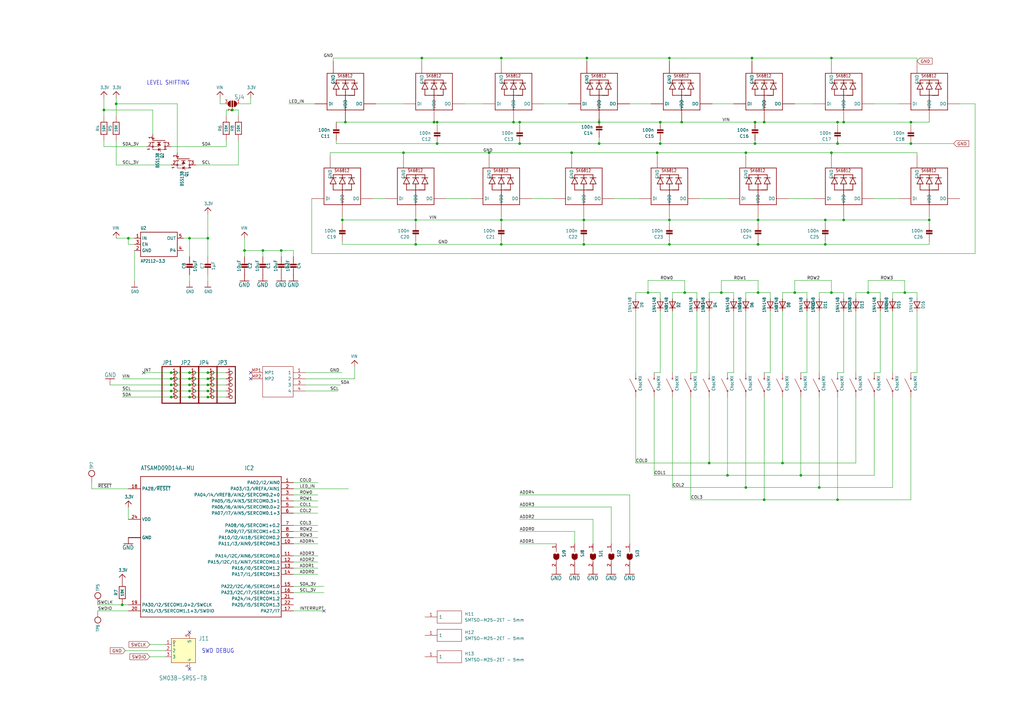
<source format=kicad_sch>
(kicad_sch (version 20231120) (generator "eeschema") (generator_version "8.0")
  (paper "User" 425.45 298.602)
  (junction (at 299.72 121.666))
  (junction (at 53.34 99.06))
  (junction (at 347.98 207.772))
  (junction (at 325.12 192.532))
  (junction (at 43.18 45.72))
  (junction (at 78.74 154.94))
  (junction (at 109.22 104.14))
  (junction (at 181.61 50.8))
  (junction (at 284.48 121.666))
  (junction (at 142.24 91.44))
  (junction (at 237.49 63.5))
  (junction (at 309.88 202.692))
  (junction (at 313.69 50.8))
  (junction (at 71.12 162.56))
  (junction (at 294.64 192.532))
  (junction (at 213.36 50.8))
  (junction (at 313.69 59.69))
  (junction (at 86.36 162.56))
  (junction (at 345.44 121.666))
  (junction (at 78.74 160.02))
  (junction (at 48.26 43.18))
  (junction (at 86.36 165.1))
  (junction (at 181.61 59.69))
  (junction (at 215.9 59.69))
  (junction (at 180.34 50.8))
  (junction (at 50.8 251.46))
  (junction (at 350.52 91.44))
  (junction (at 243.84 24.13))
  (junction (at 347.98 59.69))
  (junction (at 342.9 91.44))
  (junction (at 345.44 24.13))
  (junction (at 274.32 59.69))
  (junction (at 332.74 197.612))
  (junction (at 278.13 101.6))
  (junction (at 172.72 101.6))
  (junction (at 242.57 101.6))
  (junction (at 116.84 104.14))
  (junction (at 309.88 63.5))
  (junction (at 78.74 157.48))
  (junction (at 167.64 63.5))
  (junction (at 302.26 197.612))
  (junction (at 345.44 63.5))
  (junction (at 86.36 154.94))
  (junction (at 172.72 91.44))
  (junction (at 208.28 91.44))
  (junction (at 208.28 101.6))
  (junction (at 330.2 121.666))
  (junction (at 378.46 50.8))
  (junction (at 215.9 50.8))
  (junction (at 278.13 91.44))
  (junction (at 347.98 50.8))
  (junction (at 278.13 24.13))
  (junction (at 143.51 50.8))
  (junction (at 340.36 202.692))
  (junction (at 71.12 165.1))
  (junction (at 314.96 101.6))
  (junction (at 386.08 91.44))
  (junction (at 314.96 121.666))
  (junction (at 203.2 63.5))
  (junction (at 78.74 162.56))
  (junction (at 317.5 50.8))
  (junction (at 274.32 50.8))
  (junction (at 378.46 59.69))
  (junction (at 78.74 165.1))
  (junction (at 312.42 24.13))
  (junction (at 317.5 207.772))
  (junction (at 269.24 121.666))
  (junction (at 375.92 121.666))
  (junction (at 360.68 121.666))
  (junction (at 78.74 99.06))
  (junction (at 248.92 50.8))
  (junction (at 86.36 99.06))
  (junction (at 242.57 91.44))
  (junction (at 342.9 101.6))
  (junction (at 71.12 160.02))
  (junction (at 71.12 154.94))
  (junction (at 101.6 104.14))
  (junction (at 350.52 50.8))
  (junction (at 175.26 24.13))
  (junction (at 96.52 45.72))
  (junction (at 86.36 157.48))
  (junction (at 314.96 91.44))
  (junction (at 283.21 50.8))
  (junction (at 248.92 59.69))
  (junction (at 86.36 160.02))
  (junction (at 71.12 157.48))
  (junction (at 273.05 63.5))
  (junction (at 208.28 24.13))
  (no_connect (at 78.74 262.89))
  (no_connect (at 104.14 157.48))
  (no_connect (at 134.62 254))
  (no_connect (at 59.69 154.94))
  (no_connect (at 78.74 278.13))
  (no_connect (at 104.14 154.94))
  (wire (pts (xy 215.9 59.69) (xy 248.92 59.69)) (stroke (width 0.1524)))
  (wire (pts (xy 142.24 91.44) (xy 142.24 92.71)))
  (wire (pts (xy 271.78 197.612) (xy 302.26 197.612)) (stroke (width 0.1524)))
  (wire (pts (xy 246.38 226.06) (xy 246.38 215.9)) (stroke (width 0.1524)))
  (wire (pts (xy 299.72 116.586) (xy 299.72 121.666)) (stroke (width 0.1524)))
  (wire (pts (xy 181.61 50.8) (xy 213.36 50.8)) (stroke (width 0.1524)))
  (wire (pts (xy 215.9 52.07) (xy 215.9 50.8)))
  (wire (pts (xy 347.98 59.69) (xy 378.46 59.69)) (stroke (width 0.1524)))
  (wire (pts (xy 248.92 57.15) (xy 248.92 59.69)))
  (wire (pts (xy 309.88 63.5) (xy 309.88 64.77)) (stroke (width 0.1524)))
  (wire (pts (xy 121.92 210.82) (xy 132.08 210.82)) (stroke (width 0.1524)))
  (wire (pts (xy 381 121.666) (xy 381 124.206)) (stroke (width 0.1524)))
  (wire (pts (xy 274.32 59.69) (xy 274.32 58.42)) (stroke (width 0.1524)))
  (wire (pts (xy 261.62 226.06) (xy 261.62 205.74)) (stroke (width 0.1524)))
  (wire (pts (xy 269.24 116.586) (xy 269.24 121.666)) (stroke (width 0.1524)))
  (wire (pts (xy 279.4 121.666) (xy 284.48 121.666)) (stroke (width 0.1524)))
  (wire (pts (xy 340.36 165.1) (xy 340.36 202.692)) (stroke (width 0.1524)))
  (wire (pts (xy 86.36 114.3) (xy 86.36 116.84)) (stroke (width 0.1524)))
  (wire (pts (xy 370.84 202.692) (xy 370.84 165.1)) (stroke (width 0.1524)))
  (wire (pts (xy 320.04 154.94) (xy 320.04 129.286)) (stroke (width 0.1524)))
  (wire (pts (xy 345.44 121.666) (xy 350.52 121.666)) (stroke (width 0.1524)))
  (wire (pts (xy 53.34 99.06) (xy 53.34 101.6)) (stroke (width 0.1524)))
  (wire (pts (xy 55.88 99.06) (xy 53.34 99.06)) (stroke (width 0.1524)))
  (wire (pts (xy 279.4 124.206) (xy 279.4 121.666)) (stroke (width 0.1524)))
  (wire (pts (xy 175.26 24.13) (xy 175.26 25.4)) (stroke (width 0.1524)))
  (wire (pts (xy 246.38 215.9) (xy 215.9 215.9)) (stroke (width 0.1524)))
  (wire (pts (xy 242.57 91.44) (xy 242.57 92.71)))
  (wire (pts (xy 342.9 91.44) (xy 342.9 92.71)) (stroke (width 0.1524)))
  (wire (pts (xy 204.724 63.5) (xy 237.49 63.5)) (stroke (width 0.1524)))
  (wire (pts (xy 53.34 101.6) (xy 55.88 101.6)) (stroke (width 0.1524)))
  (wire (pts (xy 314.96 116.586) (xy 314.96 121.666)) (stroke (width 0.1524)))
  (wire (pts (xy 180.34 50.8) (xy 181.61 50.8)) (stroke (width 0.1524)))
  (wire (pts (xy 360.68 121.666) (xy 365.76 121.666)) (stroke (width 0.1524)))
  (wire (pts (xy 405.13 43.18) (xy 398.78 43.18)))
  (wire (pts (xy 325.12 154.94) (xy 325.12 129.286)) (stroke (width 0.1524)))
  (wire (pts (xy 340.36 124.206) (xy 340.36 121.666)) (stroke (width 0.1524)))
  (wire (pts (xy 137.16 64.77) (xy 137.16 63.5)))
  (wire (pts (xy 345.44 63.5) (xy 381 63.5)))
  (wire (pts (xy 350.52 50.8) (xy 378.46 50.8)) (stroke (width 0.1524)))
  (wire (pts (xy 363.22 197.612) (xy 363.22 165.1)) (stroke (width 0.1524)))
  (wire (pts (xy 342.9 91.44) (xy 350.52 91.44)) (stroke (width 0.1524)))
  (wire (pts (xy 345.44 116.586) (xy 345.44 121.666)) (stroke (width 0.1524)))
  (wire (pts (xy 274.32 59.69) (xy 313.69 59.69)) (stroke (width 0.1524)))
  (wire (pts (xy 342.9 100.33) (xy 342.9 101.6)))
  (wire (pts (xy 121.92 208.28) (xy 132.08 208.28)) (stroke (width 0.1524)))
  (wire (pts (xy 142.24 101.6) (xy 172.72 101.6)) (stroke (width 0.1524)))
  (wire (pts (xy 121.92 220.98) (xy 132.08 220.98)) (stroke (width 0.1524)))
  (wire (pts (xy 220.98 82.55) (xy 229.87 82.55)))
  (wire (pts (xy 363.22 82.55) (xy 373.38 82.55)))
  (wire (pts (xy 78.74 162.56) (xy 86.36 162.56)) (stroke (width 0.1524)))
  (wire (pts (xy 302.26 165.1) (xy 302.26 197.612)) (stroke (width 0.1524)))
  (wire (pts (xy 93.98 45.72) (xy 93.98 48.26)) (stroke (width 0.1524)))
  (wire (pts (xy 317.5 207.772) (xy 347.98 207.772)) (stroke (width 0.1524)))
  (wire (pts (xy 142.24 101.6) (xy 142.24 100.33)) (stroke (width 0.1524)))
  (wire (pts (xy 381 154.94) (xy 381 129.286)) (stroke (width 0.1524)))
  (wire (pts (xy 91.44 43.18) (xy 91.44 40.64)) (stroke (width 0.1524)))
  (wire (pts (xy 126.873 154.94) (xy 142.113 154.94)) (stroke (width 0.1524)))
  (wire (pts (xy 78.74 106.68) (xy 78.74 99.06)) (stroke (width 0.1524)))
  (wire (pts (xy 309.88 154.94) (xy 309.88 129.286)) (stroke (width 0.1524)))
  (wire (pts (xy 73.66 43.18) (xy 48.26 43.18)) (stroke (width 0.1524)))
  (wire (pts (xy 142.24 91.44) (xy 172.72 91.44)) (stroke (width 0.1524)))
  (wire (pts (xy 330.2 43.18) (xy 337.82 43.18)) (stroke (width 0.1524)))
  (wire (pts (xy 294.64 165.1) (xy 294.64 192.532)) (stroke (width 0.1524)))
  (wire (pts (xy 332.74 154.94) (xy 335.28 154.94)) (stroke (width 0.1524)))
  (wire (pts (xy 378.46 59.69) (xy 396.24 59.69)) (stroke (width 0.1524)))
  (wire (pts (xy 71.12 160.02) (xy 78.74 160.02)) (stroke (width 0.1524)))
  (wire (pts (xy 86.36 99.06) (xy 86.36 88.9)) (stroke (width 0.1524)))
  (wire (pts (xy 405.13 105.41) (xy 405.13 43.18)))
  (wire (pts (xy 317.5 154.94) (xy 320.04 154.94)) (stroke (width 0.1524)))
  (wire (pts (xy 99.06 68.58) (xy 99.06 58.42)) (stroke (width 0.1524)))
  (wire (pts (xy 289.56 154.94) (xy 289.56 129.286)) (stroke (width 0.1524)))
  (wire (pts (xy 203.2 63.5) (xy 204.724 63.5)))
  (wire (pts (xy 271.78 154.94) (xy 274.32 154.94)) (stroke (width 0.1524)))
  (wire (pts (xy 360.68 116.586) (xy 360.68 121.666)) (stroke (width 0.1524)))
  (wire (pts (xy 208.28 24.13) (xy 208.28 25.4)) (stroke (width 0.1524)))
  (wire (pts (xy 76.2 99.06) (xy 78.74 99.06)) (stroke (width 0.1524)))
  (wire (pts (xy 294.64 124.206) (xy 294.64 121.666)) (stroke (width 0.1524)))
  (wire (pts (xy 104.14 43.18) (xy 104.14 40.64)) (stroke (width 0.1524)))
  (wire (pts (xy 294.64 121.666) (xy 299.72 121.666)) (stroke (width 0.1524)))
  (wire (pts (xy 96.52 45.72) (xy 93.98 45.72)) (stroke (width 0.1524)))
  (wire (pts (xy 138.43 24.13) (xy 138.43 25.4)) (stroke (width 0.1524)))
  (wire (pts (xy 99.06 48.26) (xy 99.06 45.72)) (stroke (width 0.1524)))
  (wire (pts (xy 147.32 157.353) (xy 147.32 152.4)) (stroke (width 0.1524)))
  (wire (pts (xy 154.94 82.55) (xy 160.02 82.55)) (stroke (width 0.1524)))
  (wire (pts (xy 63.5 45.72) (xy 43.18 45.72)) (stroke (width 0.1524)))
  (wire (pts (xy 304.8 154.94) (xy 304.8 129.286)) (stroke (width 0.1524)))
  (wire (pts (xy 345.44 24.13) (xy 381 24.13)))
  (wire (pts (xy 347.98 50.8) (xy 350.52 50.8)) (stroke (width 0.1524)))
  (wire (pts (xy 45.72 160.02) (xy 71.12 160.02)) (stroke (width 0.1524)))
  (wire (pts (xy 138.43 24.13) (xy 175.26 24.13)) (stroke (width 0.1524)))
  (wire (pts (xy 78.74 114.3) (xy 78.74 116.84)) (stroke (width 0.1524)))
  (wire (pts (xy 278.13 91.44) (xy 314.96 91.44)))
  (wire (pts (xy 242.57 90.17) (xy 242.57 91.44)))
  (wire (pts (xy 208.28 100.33) (xy 208.28 101.6)) (stroke (width 0.1524)))
  (wire (pts (xy 48.26 48.26) (xy 48.26 43.18)) (stroke (width 0.1524)))
  (wire (pts (xy 120.015 43.18) (xy 130.81 43.18)) (stroke (width 0.1524)))
  (wire (pts (xy 121.92 238.76) (xy 132.08 238.76)) (stroke (width 0.1524)))
  (wire (pts (xy 121.92 205.74) (xy 132.08 205.74)) (stroke (width 0.1524)))
  (wire (pts (xy 172.72 101.6) (xy 208.28 101.6)) (stroke (width 0.1524)))
  (wire (pts (xy 302.26 154.94) (xy 304.8 154.94)) (stroke (width 0.1524)))
  (wire (pts (xy 325.12 124.206) (xy 325.12 121.666)) (stroke (width 0.1524)))
  (wire (pts (xy 237.49 63.5) (xy 273.05 63.5)) (stroke (width 0.1524)))
  (wire (pts (xy 278.13 101.6) (xy 314.96 101.6)) (stroke (width 0.1524)))
  (wire (pts (xy 86.36 157.48) (xy 93.98 157.48)) (stroke (width 0.1524)))
  (wire (pts (xy 172.72 91.44) (xy 208.28 91.44)))
  (wire (pts (xy 360.68 116.586) (xy 375.92 116.586)) (stroke (width 0.1524)))
  (wire (pts (xy 121.92 213.36) (xy 132.08 213.36)) (stroke (width 0.1524)))
  (wire (pts (xy 381 63.5) (xy 381 64.77)))
  (wire (pts (xy 347.98 50.8) (xy 347.98 52.07)) (stroke (width 0.1524)))
  (wire (pts (xy 355.6 124.206) (xy 355.6 121.666)) (stroke (width 0.1524)))
  (wire (pts (xy 345.44 63.5) (xy 345.44 64.77)) (stroke (width 0.1524)))
  (wire (pts (xy 350.52 90.17) (xy 350.52 91.44)))
  (wire (pts (xy 78.74 157.48) (xy 86.36 157.48)) (stroke (width 0.1524)))
  (wire (pts (xy 284.48 121.666) (xy 289.56 121.666)) (stroke (width 0.1524)))
  (wire (pts (xy 101.6 104.14) (xy 101.6 99.06)) (stroke (width 0.1524)))
  (wire (pts (xy 342.9 101.6) (xy 386.08 101.6)) (stroke (width 0.1524)))
  (wire (pts (xy 71.12 165.1) (xy 50.8 165.1)) (stroke (width 0.1524)))
  (wire (pts (xy 274.32 124.206) (xy 274.32 121.666)) (stroke (width 0.1524)))
  (wire (pts (xy 59.69 154.94) (xy 71.12 154.94)))
  (wire (pts (xy 109.22 106.68) (xy 109.22 104.14)) (stroke (width 0.1524)))
  (wire (pts (xy 185.42 82.55) (xy 195.58 82.55)))
  (wire (pts (xy 274.32 50.8) (xy 283.21 50.8)) (stroke (width 0.1524)))
  (wire (pts (xy 330.2 116.586) (xy 330.2 121.666)) (stroke (width 0.1524)))
  (wire (pts (xy 327.66 82.55) (xy 337.82 82.55)) (stroke (width 0.1524)))
  (wire (pts (xy 121.92 200.66) (xy 132.08 200.66)) (stroke (width 0.1524)))
  (wire (pts (xy 314.96 90.17) (xy 314.96 91.44)))
  (wire (pts (xy 332.74 197.612) (xy 363.22 197.612)) (stroke (width 0.1524)))
  (wire (pts (xy 287.02 207.772) (xy 317.5 207.772)) (stroke (width 0.1524)))
  (wire (pts (xy 62.23 273.05) (xy 68.58 273.05)))
  (wire (pts (xy 86.36 162.56) (xy 93.98 162.56)) (stroke (width 0.1524)))
  (wire (pts (xy 332.74 165.1) (xy 332.74 197.612)) (stroke (width 0.1524)))
  (wire (pts (xy 273.05 63.5) (xy 273.05 64.77)) (stroke (width 0.1524)))
  (wire (pts (xy 386.08 100.33) (xy 386.08 101.6)) (stroke (width 0.1524)))
  (wire (pts (xy 254 210.82) (xy 215.9 210.82)) (stroke (width 0.1524)))
  (wire (pts (xy 121.92 223.52) (xy 132.08 223.52)) (stroke (width 0.1524)))
  (wire (pts (xy 52.07 270.51) (xy 68.58 270.51)))
  (wire (pts (xy 325.12 192.532) (xy 355.6 192.532)) (stroke (width 0.1524)))
  (wire (pts (xy 208.28 101.6) (xy 242.57 101.6)) (stroke (width 0.1524)))
  (wire (pts (xy 81.28 68.58) (xy 99.06 68.58)) (stroke (width 0.1524)))
  (wire (pts (xy 167.64 43.18) (xy 156.21 43.18)) (stroke (width 0.1524)))
  (wire (pts (xy 86.36 160.02) (xy 93.98 160.02)) (stroke (width 0.1524)))
  (wire (pts (xy 347.98 207.772) (xy 378.46 207.772)) (stroke (width 0.1524)))
  (wire (pts (xy 175.26 24.13) (xy 208.28 24.13)) (stroke (width 0.1524)))
  (wire (pts (xy 289.56 121.666) (xy 289.56 124.206)) (stroke (width 0.1524)))
  (wire (pts (xy 347.98 165.1) (xy 347.98 207.772)) (stroke (width 0.1524)))
  (wire (pts (xy 255.27 82.55) (xy 265.43 82.55)) (stroke (width 0.1524)))
  (wire (pts (xy 279.4 202.692) (xy 309.88 202.692)) (stroke (width 0.1524)))
  (wire (pts (xy 345.44 24.13) (xy 345.44 25.4)))
  (wire (pts (xy 299.72 121.666) (xy 304.8 121.666)) (stroke (width 0.1524)))
  (wire (pts (xy 330.2 121.666) (xy 335.28 121.666)) (stroke (width 0.1524)))
  (wire (pts (xy 294.64 154.94) (xy 294.64 129.286)) (stroke (width 0.1524)))
  (wire (pts (xy 142.24 90.17) (xy 142.24 91.44)))
  (wire (pts (xy 121.92 203.2) (xy 144.78 203.2)) (stroke (width 0.1524)))
  (wire (pts (xy 278.13 24.13) (xy 278.13 25.4)))
  (wire (pts (xy 139.7 50.8) (xy 143.51 50.8)))
  (wire (pts (xy 63.5 55.88) (xy 63.5 45.72)) (stroke (width 0.1524)))
  (wire (pts (xy 270.51 43.18) (xy 261.62 43.18)) (stroke (width 0.1524)))
  (wire (pts (xy 172.72 91.44) (xy 172.72 92.71)))
  (wire (pts (xy 335.28 154.94) (xy 335.28 129.286)) (stroke (width 0.1524)))
  (wire (pts (xy 287.02 154.94) (xy 289.56 154.94)) (stroke (width 0.1524)))
  (wire (pts (xy 363.22 43.18) (xy 373.38 43.18)) (stroke (width 0.1524)))
  (wire (pts (xy 147.193 157.48) (xy 147.193 157.353)) (stroke (width 0.1524)))
  (wire (pts (xy 340.36 154.94) (xy 340.36 129.286)) (stroke (width 0.1524)))
  (wire (pts (xy 121.92 243.84) (xy 134.62 243.84)) (stroke (width 0.1524)))
  (wire (pts (xy 314.96 101.6) (xy 342.9 101.6)) (stroke (width 0.1524)))
  (wire (pts (xy 143.51 50.8) (xy 180.34 50.8)))
  (wire (pts (xy 283.21 50.8) (xy 313.69 50.8)))
  (wire (pts (xy 261.62 205.74) (xy 215.9 205.74)) (stroke (width 0.1524)))
  (wire (pts (xy 126.873 160.02) (xy 141.478 160.02)))
  (wire (pts (xy 350.52 121.666) (xy 350.52 124.206)) (stroke (width 0.1524)))
  (wire (pts (xy 295.91 43.18) (xy 304.8 43.18)) (stroke (width 0.1524)))
  (wire (pts (xy 238.76 220.98) (xy 238.76 226.06)) (stroke (width 0.1524)))
  (wire (pts (xy 370.84 154.94) (xy 370.84 129.286)) (stroke (width 0.1524)))
  (wire (pts (xy 248.92 49.53) (xy 248.92 50.8)))
  (wire (pts (xy 355.6 154.94) (xy 355.6 129.286)) (stroke (width 0.1524)))
  (wire (pts (xy 320.04 121.666) (xy 320.04 124.206)) (stroke (width 0.1524)))
  (wire (pts (xy 279.4 165.1) (xy 279.4 202.692)) (stroke (width 0.1524)))
  (wire (pts (xy 71.12 68.58) (xy 48.26 68.58)) (stroke (width 0.1524)))
  (wire (pts (xy 284.48 116.586) (xy 269.24 116.586)) (stroke (width 0.1524)))
  (wire (pts (xy 71.12 162.56) (xy 78.74 162.56)) (stroke (width 0.1524)))
  (wire (pts (xy 40.64 251.46) (xy 50.8 251.46)) (stroke (width 0.1524)))
  (wire (pts (xy 325.12 165.1) (xy 325.12 192.532)) (stroke (width 0.1524)))
  (wire (pts (xy 208.28 91.44) (xy 242.57 91.44)) (stroke (width 0.1524)))
  (wire (pts (xy 365.76 154.94) (xy 365.76 129.286)) (stroke (width 0.1524)))
  (wire (pts (xy 378.46 50.8) (xy 378.46 52.07)) (stroke (width 0.1524)))
  (wire (pts (xy 386.08 91.44) (xy 386.08 92.71)))
  (wire (pts (xy 264.16 154.94) (xy 264.16 129.286)) (stroke (width 0.1524)))
  (wire (pts (xy 294.64 192.532) (xy 325.12 192.532)) (stroke (width 0.1524)))
  (wire (pts (xy 121.92 246.38) (xy 134.62 246.38)) (stroke (width 0.1524)))
  (wire (pts (xy 71.12 154.94) (xy 78.74 154.94)))
  (wire (pts (xy 274.32 154.94) (xy 274.32 129.286)) (stroke (width 0.1524)))
  (wire (pts (xy 264.16 192.532) (xy 294.64 192.532)) (stroke (width 0.1524)))
  (wire (pts (xy 78.74 154.94) (xy 86.36 154.94)))
  (wire (pts (xy 60.96 60.96) (xy 43.18 60.96)) (stroke (width 0.1524)))
  (wire (pts (xy 330.2 116.586) (xy 345.44 116.586)) (stroke (width 0.1524)))
  (wire (pts (xy 347.98 154.94) (xy 350.52 154.94)) (stroke (width 0.1524)))
  (wire (pts (xy 203.2 63.5) (xy 203.2 64.77)))
  (wire (pts (xy 53.34 99.06) (xy 48.26 99.06)) (stroke (width 0.1524)))
  (wire (pts (xy 242.57 91.44) (xy 278.13 91.44)))
  (wire (pts (xy 284.48 24.13) (xy 312.42 24.13)))
  (wire (pts (xy 48.26 43.18) (xy 48.26 40.64)) (stroke (width 0.1524)))
  (wire (pts (xy 345.44 63.5) (xy 345.44 64.77)))
  (wire (pts (xy 71.12 157.48) (xy 50.8 157.48)) (stroke (width 0.1524)))
  (wire (pts (xy 181.61 59.69) (xy 210.82 59.69)) (stroke (width 0.1524)))
  (wire (pts (xy 309.88 124.206) (xy 309.88 121.666)) (stroke (width 0.1524)))
  (wire (pts (xy 278.13 100.33) (xy 278.13 101.6)) (stroke (width 0.1524)))
  (wire (pts (xy 73.66 63.5) (xy 73.66 43.18)) (stroke (width 0.1524)))
  (wire (pts (xy 340.36 202.692) (xy 370.84 202.692)) (stroke (width 0.1524)))
  (wire (pts (xy 309.88 63.5) (xy 345.44 63.5)) (stroke (width 0.1524)))
  (wire (pts (xy 126.873 162.56) (xy 140.462 162.56)) (stroke (width 0.1524)))
  (wire (pts (xy 210.82 59.69) (xy 215.9 59.69)))
  (wire (pts (xy 86.36 165.1) (xy 93.98 165.1)) (stroke (width 0.1524)))
  (wire (pts (xy 215.9 220.98) (xy 238.76 220.98)) (stroke (width 0.1524)))
  (wire (pts (xy 71.12 162.56) (xy 50.8 162.56)) (stroke (width 0.1524)))
  (wire (pts (xy 93.98 60.96) (xy 93.98 58.42)) (stroke (width 0.1524)))
  (wire (pts (xy 271.78 165.1) (xy 271.78 197.612)) (stroke (width 0.1524)))
  (wire (pts (xy 38.1 203.2) (xy 38.1 200.66)) (stroke (width 0.1524)))
  (wire (pts (xy 325.12 121.666) (xy 330.2 121.666)) (stroke (width 0.1524)))
  (wire (pts (xy 312.42 24.13) (xy 345.44 24.13)))
  (wire (pts (xy 134.62 254) (xy 121.92 254)) (stroke (width 0.1524)))
  (wire (pts (xy 335.28 121.666) (xy 335.28 124.206)) (stroke (width 0.1524)))
  (wire (pts (xy 375.92 116.586) (xy 375.92 121.666)) (stroke (width 0.1524)))
  (wire (pts (xy 274.32 121.666) (xy 269.24 121.666)) (stroke (width 0.1524)))
  (wire (pts (xy 121.92 236.22) (xy 132.08 236.22)) (stroke (width 0.1524)))
  (wire (pts (xy 236.22 43.18) (xy 226.06 43.18)) (stroke (width 0.1524)))
  (wire (pts (xy 53.34 254) (xy 40.64 254)) (stroke (width 0.1524)))
  (wire (pts (xy 48.26 68.58) (xy 48.26 58.42)) (stroke (width 0.1524)))
  (wire (pts (xy 99.06 43.18) (xy 104.14 43.18)) (stroke (width 0.1524)))
  (wire (pts (xy 378.46 154.94) (xy 381 154.94)) (stroke (width 0.1524)))
  (wire (pts (xy 137.16 63.5) (xy 167.64 63.5)))
  (wire (pts (xy 248.92 59.69) (xy 274.32 59.69)) (stroke (width 0.1524)))
  (wire (pts (xy 243.84 24.13) (xy 243.84 25.4)))
  (wire (pts (xy 86.36 99.06) (xy 86.36 106.68)) (stroke (width 0.1524)))
  (wire (pts (xy 363.22 154.94) (xy 365.76 154.94)) (stroke (width 0.1524)))
  (wire (pts (xy 215.9 50.8) (xy 248.92 50.8)) (stroke (width 0.1524)))
  (wire (pts (xy 86.36 154.94) (xy 93.98 154.94)))
  (wire (pts (xy 248.92 50.8) (xy 274.32 50.8)) (stroke (width 0.1524)))
  (wire (pts (xy 347.98 59.69) (xy 347.98 58.674)) (stroke (width 0.1524)))
  (wire (pts (xy 314.96 121.666) (xy 320.04 121.666)) (stroke (width 0.1524)))
  (wire (pts (xy 55.88 104.14) (xy 55.88 116.84)) (stroke (width 0.1524)))
  (wire (pts (xy 121.92 106.68) (xy 121.92 104.14)) (stroke (width 0.1524)))
  (wire (pts (xy 313.69 50.8) (xy 317.5 50.8)) (stroke (width 0.1524)))
  (wire (pts (xy 172.72 101.6) (xy 172.72 100.33)) (stroke (width 0.1524)))
  (wire (pts (xy 313.69 58.42) (xy 313.69 59.69)))
  (wire (pts (xy 139.7 59.69) (xy 139.7 58.42)) (stroke (width 0.1524)))
  (wire (pts (xy 208.28 24.13) (xy 243.84 24.13)) (stroke (width 0.1524)))
  (wire (pts (xy 193.04 43.18) (xy 200.66 43.18)) (stroke (width 0.1524)))
  (wire (pts (xy 278.13 92.71) (xy 278.13 91.44)))
  (wire (pts (xy 121.92 104.14) (xy 116.84 104.14)) (stroke (width 0.1524)))
  (wire (pts (xy 314.96 91.44) (xy 342.9 91.44)) (stroke (width 0.1524)))
  (wire (pts (xy 279.4 154.94) (xy 279.4 129.286)) (stroke (width 0.1524)))
  (wire (pts (xy 243.84 24.13) (xy 278.13 24.13)) (stroke (width 0.1524)))
  (wire (pts (xy 116.84 104.14) (xy 109.22 104.14)) (stroke (width 0.1524)))
  (wire (pts (xy 78.74 99.06) (xy 86.36 99.06)) (stroke (width 0.1524)))
  (wire (pts (xy 278.13 24.13) (xy 284.48 24.13)) (stroke (width 0.1524)))
  (wire (pts (xy 181.61 52.07) (xy 181.61 50.8)))
  (wire (pts (xy 350.52 91.44) (xy 386.08 91.44)))
  (wire (pts (xy 139.7 59.69) (xy 181.61 59.69)) (stroke (width 0.1524)))
  (wire (pts (xy 172.72 90.17) (xy 172.72 91.44)) (stroke (width 0.1524)))
  (wire (pts (xy 78.74 165.1) (xy 86.36 165.1)) (stroke (width 0.1524)))
  (wire (pts (xy 340.36 121.666) (xy 345.44 121.666)) (stroke (width 0.1524)))
  (wire (pts (xy 350.52 154.94) (xy 350.52 129.286)) (stroke (width 0.1524)))
  (wire (pts (xy 242.57 101.6) (xy 278.13 101.6)) (stroke (width 0.1524)))
  (wire (pts (xy 278.13 90.17) (xy 278.13 91.44)))
  (wire (pts (xy 43.18 48.26) (xy 43.18 45.72)) (stroke (width 0.1524)))
  (wire (pts (xy 284.48 116.586) (xy 284.48 121.666)) (stroke (width 0.1524)))
  (wire (pts (xy 129.54 105.41) (xy 405.13 105.41)))
  (wire (pts (xy 290.83 82.55) (xy 302.26 82.55)) (stroke (width 0.1524)))
  (wire (pts (xy 375.92 121.666) (xy 381 121.666)) (stroke (width 0.1524)))
  (wire (pts (xy 365.76 121.666) (xy 365.76 124.206)) (stroke (width 0.1524)))
  (wire (pts (xy 121.92 226.06) (xy 132.08 226.06)) (stroke (width 0.1524)))
  (wire (pts (xy 312.42 24.13) (xy 312.42 25.4)))
  (wire (pts (xy 71.12 157.48) (xy 78.74 157.48)) (stroke (width 0.1524)))
  (wire (pts (xy 121.92 233.68) (xy 132.08 233.68)) (stroke (width 0.1524)))
  (wire (pts (xy 370.84 121.666) (xy 375.92 121.666)) (stroke (width 0.1524)))
  (wire (pts (xy 304.8 121.666) (xy 304.8 124.206)) (stroke (width 0.1524)))
  (wire (pts (xy 215.9 226.06) (xy 231.14 226.06)) (stroke (width 0.1524)))
  (wire (pts (xy 147.193 157.353) (xy 147.32 157.353)) (stroke (width 0.1524)))
  (wire (pts (xy 355.6 121.666) (xy 360.68 121.666)) (stroke (width 0.1524)))
  (wire (pts (xy 126.873 157.48) (xy 147.193 157.48)) (stroke (width 0.1524)))
  (wire (pts (xy 317.5 50.8) (xy 347.98 50.8)) (stroke (width 0.1524)))
  (wire (pts (xy 254 226.06) (xy 254 210.82)) (stroke (width 0.1524)))
  (wire (pts (xy 273.05 63.5) (xy 309.88 63.5)) (stroke (width 0.1524)))
  (wire (pts (xy 355.6 192.532) (xy 355.6 165.1)) (stroke (width 0.1524)))
  (wire (pts (xy 269.24 121.666) (xy 264.16 121.666)) (stroke (width 0.1524)))
  (wire (pts (xy 314.96 101.6) (xy 314.96 100.33)) (stroke (width 0.1524)))
  (wire (pts (xy 302.26 197.612) (xy 332.74 197.612)) (stroke (width 0.1524)))
  (wire (pts (xy 62.23 267.97) (xy 68.58 267.97)))
  (wire (pts (xy 313.69 59.69) (xy 347.98 59.69)) (stroke (width 0.1524)))
  (wire (pts (xy 129.54 105.41) (xy 129.54 82.55)))
  (wire (pts (xy 309.88 165.1) (xy 309.88 202.692)) (stroke (width 0.1524)))
  (wire (pts (xy 109.22 104.14) (xy 101.6 104.14)) (stroke (width 0.1524)))
  (wire (pts (xy 101.6 106.68) (xy 101.6 104.14)) (stroke (width 0.1524)))
  (wire (pts (xy 53.34 210.82) (xy 53.34 215.9)) (stroke (width 0.1524)))
  (wire (pts (xy 116.84 106.68) (xy 116.84 104.14)) (stroke (width 0.1524)))
  (wire (pts (xy 121.92 231.14) (xy 132.08 231.14)) (stroke (width 0.1524)))
  (wire (pts (xy 93.98 43.18) (xy 91.44 43.18)) (stroke (width 0.1524)))
  (wire (pts (xy 309.88 121.666) (xy 314.96 121.666)) (stroke (width 0.1524)))
  (wire (pts (xy 78.74 160.02) (xy 86.36 160.02)) (stroke (width 0.1524)))
  (wire (pts (xy 378.46 207.772) (xy 378.46 165.1)) (stroke (width 0.1524)))
  (wire (pts (xy 287.02 165.1) (xy 287.02 207.772)) (stroke (width 0.1524)))
  (wire (pts (xy 381 25.4) (xy 381 24.13)))
  (wire (pts (xy 317.5 165.1) (xy 317.5 207.772)) (stroke (width 0.1524)))
  (wire (pts (xy 121.92 218.44) (xy 132.08 218.44)) (stroke (width 0.1524)))
  (wire (pts (xy 53.34 203.2) (xy 38.1 203.2)) (stroke (width 0.1524)))
  (wire (pts (xy 71.12 60.96) (xy 93.98 60.96)) (stroke (width 0.1524)))
  (wire (pts (xy 213.36 50.8) (xy 215.9 50.8)) (stroke (width 0.1524)))
  (wire (pts (xy 167.64 63.5) (xy 203.2 63.5)))
  (wire (pts (xy 71.12 165.1) (xy 78.74 165.1)) (stroke (width 0.1524)))
  (wire (pts (xy 167.64 63.5) (xy 167.64 64.77)))
  (wire (pts (xy 314.96 92.71) (xy 314.96 91.44)))
  (wire (pts (xy 347.98 59.69) (xy 347.98 58.674)))
  (wire (pts (xy 43.18 45.72) (xy 43.18 40.64)) (stroke (width 0.1524)))
  (wire (pts (xy 99.06 45.72) (xy 96.52 45.72)) (stroke (width 0.1524)))
  (wire (pts (xy 208.28 90.17) (xy 208.28 91.44)))
  (wire (pts (xy 208.28 91.44) (xy 208.28 92.71)))
  (wire (pts (xy 378.46 50.8) (xy 386.08 50.8)))
  (wire (pts (xy 264.16 165.1) (xy 264.16 192.532)) (stroke (width 0.1524)))
  (wire (pts (xy 50.8 251.46) (xy 53.34 251.46)) (stroke (width 0.1524)))
  (wire (pts (xy 309.88 202.692) (xy 340.36 202.692)) (stroke (width 0.1524)))
  (wire (pts (xy 264.16 121.666) (xy 264.16 124.206)) (stroke (width 0.1524)))
  (wire (pts (xy 237.49 63.5) (xy 237.49 64.77)) (stroke (width 0.1524)))
  (wire (pts (xy 43.18 60.96) (xy 43.18 58.42)) (stroke (width 0.1524)))
  (wire (pts (xy 386.08 90.17) (xy 386.08 91.44)))
  (wire (pts (xy 299.72 116.586) (xy 314.96 116.586)) (stroke (width 0.1524)))
  (wire (pts (xy 370.84 124.206) (xy 370.84 121.666)) (stroke (width 0.1524)))
  (wire (pts (xy 242.57 100.33) (xy 242.57 101.6)) (stroke (width 0.1524)))
  (text "SWD DEBUG" (at 83.82 271.78 0) (effects (font (size 1.778 1.5113)) (justify left bottom)))
  (text "LEVEL SHIFTING" (at 60.96 35.56 0) (effects (font (size 1.778 1.5113)) (justify left bottom)))
  (label "ADDR1" (at 124.46 236.22 0) (effects (font (size 1.2446 1.2446))))
  (label "~{RESET}" (at 40.64 203.2 0) (effects (font (size 1.2446 1.2446))))
  (label "INTERRUPT" (at 124.46 254 0) (effects (font (size 1.2446 1.2446))))
  (label "INT" (at 59.69 154.94 0))
  (label "ROW3" (at 365.76 116.586 0) (effects (font (size 1.2446 1.2446))))
  (label "SCL_3V" (at 50.8 68.58 0) (effects (font (size 1.2446 1.2446))))
  (label "SDA" (at 83.82 60.96 0) (effects (font (size 1.2446 1.2446))))
  (label "COL1" (at 124.46 210.82 0) (effects (font (size 1.2446 1.2446))))
  (label "GND" (at 186.055 101.6 180) (effects (font (size 1.2446 1.2446))))
  (label "ADDR0" (at 124.46 238.76 0) (effects (font (size 1.2446 1.2446))))
  (label "SCL_3V" (at 124.46 246.38 0) (effects (font (size 1.2446 1.2446))))
  (label "SCL" (at 137.16 162.56 0) (effects (font (size 1.2446 1.2446))))
  (label "COL3" (at 124.46 218.44 0) (effects (font (size 1.2446 1.2446))))
  (label "ADDR3" (at 215.9 210.82 0) (effects (font (size 1.2446 1.2446))))
  (label "ADDR4" (at 124.46 226.06 0) (effects (font (size 1.2446 1.2446))))
  (label "ADDR1" (at 215.9 226.06 0) (effects (font (size 1.2446 1.2446))))
  (label "SCL" (at 50.8 162.56 0) (effects (font (size 1.2446 1.2446))))
  (label "ROW0" (at 274.32 116.586 0) (effects (font (size 1.2446 1.2446))))
  (label "SWCLK" (at 40.64 251.46 0) (effects (font (size 1.2446 1.2446))))
  (label "SDA_3V" (at 50.8 60.96 0) (effects (font (size 1.2446 1.2446))))
  (label "COL3" (at 287.02 207.772 0) (effects (font (size 1.2446 1.2446))))
  (label "COL0" (at 264.16 192.532 0) (effects (font (size 1.2446 1.2446))))
  (label "GND" (at 137.033 154.94 0) (effects (font (size 1.2446 1.2446))))
  (label "ADDR0" (at 215.9 220.98 0) (effects (font (size 1.2446 1.2446))))
  (label "SDA_3V" (at 124.46 243.84 0) (effects (font (size 1.2446 1.2446))))
  (label "SCL" (at 83.82 68.58 0) (effects (font (size 1.2446 1.2446))))
  (label "ROW2" (at 124.46 220.98 0) (effects (font (size 1.2446 1.2446))))
  (label "SDA" (at 141.478 160.02 0) (effects (font (size 1.2446 1.2446))))
  (label "SWDIO" (at 40.64 254 0) (effects (font (size 1.2446 1.2446))))
  (label "ADDR4" (at 215.9 205.74 0) (effects (font (size 1.2446 1.2446))))
  (label "VIN" (at 50.8 157.48 0) (effects (font (size 1.2446 1.2446))))
  (label "COL1" (at 271.78 197.612 0) (effects (font (size 1.2446 1.2446))))
  (label "ROW0" (at 124.46 205.74 0) (effects (font (size 1.2446 1.2446))))
  (label "ROW1" (at 304.8 116.586 0) (effects (font (size 1.2446 1.2446))))
  (label "GND" (at 138.43 24.13 180) (effects (font (size 1.2446 1.2446))))
  (label "ROW1" (at 124.46 208.28 0) (effects (font (size 1.2446 1.2446))))
  (label "ROW3" (at 124.46 223.52 0) (effects (font (size 1.2446 1.2446))))
  (label "LED_IN" (at 120.015 43.18 0) (effects (font (size 1.2446 1.2446))))
  (label "COL0" (at 124.46 200.66 0) (effects (font (size 1.2446 1.2446))))
  (label "VIN" (at 178.308 91.44 0) (effects (font (size 1.2446 1.2446))))
  (label "COL2" (at 124.46 213.36 0) (effects (font (size 1.2446 1.2446))))
  (label "SDA" (at 50.8 165.1 0) (effects (font (size 1.2446 1.2446))))
  (label "ROW2" (at 335.28 116.586 0) (effects (font (size 1.2446 1.2446))))
  (label "GND" (at 204.724 63.5 180) (effects (font (size 1.2446 1.2446))))
  (label "ADDR2" (at 124.46 233.68 0) (effects (font (size 1.2446 1.2446))))
  (label "COL2" (at 279.4 202.692 0) (effects (font (size 1.2446 1.2446))))
  (label "LED_IN" (at 124.46 203.2 0) (effects (font (size 1.2446 1.2446))))
  (label "ADDR3" (at 124.46 231.14 0) (effects (font (size 1.2446 1.2446))))
  (label "ADDR2" (at 215.9 215.9 0) (effects (font (size 1.2446 1.2446))))
  (label "VIN" (at 300.101 50.8 0) (effects (font (size 1.2446 1.2446))))
  (global_label "GND" (shape input) (at 52.07 270.51 180) (property "Intersheetrefs" "${INTERSHEET_REFS}" (effects (hide yes))))
  (global_label "SWCLK" (shape input) (at 62.23 267.97 180) (property "Intersheetrefs" "${INTERSHEET_REFS}" (effects (hide yes))))
  (global_label "GND" (shape input) (at 396.24 59.69 0) (property "Intersheetrefs" "${INTERSHEET_REFS}" (effects (hide yes))))
  (global_label "GND" (shape input) (at 381 25.4 0) (property "Intersheetrefs" "${INTERSHEET_REFS}" (effects (hide yes))))
  (global_label "SWDIO" (shape input) (at 62.23 273.05 180) (property "Intersheetrefs" "${INTERSHEET_REFS}" (effects (hide yes))))
  (symbol (lib_id "Adafruit NeoTrellis 4x4-eagle-import:DIODESOD-323") (at 294.64 126.746 270) (unit 1)
    (property "Reference" "D4" (at 297.18 126.746 0) (effects (font (size 1.27 1.0795))))
    (property "Value" "1N4148" (at 292.14 126.746 0) (effects (font (size 1.27 1.0795))))
    (property "Footprint" "MechaTrellis:SOD-323" (effects (hide yes)))
  )
  (symbol (lib_id "Adafruit NeoTrellis 4x4-eagle-import:SOLDERJUMPER_2WAY") (at 96.52 43.18 180) (unit 1)
    (property "Reference" "SJ4" (at 101.6 39.37 0) (effects (font (size 1.778 1.5113)) (justify left bottom)))
    (property "Value" "SOLDERJUMPER_2WAY" (effects (hide yes)))
    (property "Footprint" "Jumper:SolderJumper-3_P1.3mm_Open_RoundedPad1.0x1.5mm" (effects (hide yes)))
  )
  (symbol (lib_id "Adafruit NeoTrellis 4x4-eagle-import:DIODESOD-323") (at 381 126.746 270) (unit 1)
    (property "Reference" "D16" (at 383.54 126.746 0) (effects (font (size 1.27 1.0795))))
    (property "Value" "1N4148" (at 378.5 126.746 0) (effects (font (size 1.27 1.0795))))
    (property "Footprint" "MechaTrellis:SOD-323" (effects (hide yes)))
  )
  (symbol (lib_id "Adafruit NeoTrellis 4x4-eagle-import:ELAST_10X10-2") (at 355.6 160.02 90) (unit 1)
    (property "Reference" "K13" (effects (hide yes)))
    (property "Value" "ChocMX" (at 358.14 162.56 0) (effects (font (size 1.27 1.0795)) (justify left bottom)))
    (property "Footprint" "MechaTrellis:Choc_MX_combo" (effects (hide yes)))
  )
  (symbol (lib_id "Adafruit NeoTrellis 4x4-eagle-import:DIODESOD-323") (at 355.6 126.746 270) (unit 1)
    (property "Reference" "D13" (at 358.14 126.746 0) (effects (font (size 1.27 1.0795))))
    (property "Value" "1N4148" (at 353.1 126.746 0) (effects (font (size 1.27 1.0795))))
    (property "Footprint" "MechaTrellis:SOD-323" (effects (hide yes)))
  )
  (symbol (lib_id "Adafruit NeoTrellis 4x4-eagle-import:SOLDERJUMPER") (at 246.38 231.14 270) (unit 1) (in_bom no)
    (property "Reference" "SJ1" (at 248.92 228.6 0) (effects (font (size 1.27 1.0795)) (justify left bottom)))
    (property "Value" "SOLDERJUMPER" (effects (hide yes)))
    (property "Footprint" "Jumper:SolderJumper-2_P1.3mm_Open_TrianglePad1.0x1.5mm" (effects (hide yes)))
  )
  (symbol (lib_id "Adafruit NeoTrellis 4x4-eagle-import:RESISTOR_0603_NOOUT") (at 48.26 53.34 90) (unit 1)
    (property "Reference" "R5" (at 45.72 53.34 0))
    (property "Value" "10K" (at 48.26 53.34 0) (effects (font (size 1.016 1.016) (bold yes))))
    (property "Footprint" "Resistor_SMD:R_0603_1608Metric" (effects (hide yes)))
  )
  (symbol (lib_id "Adafruit NeoTrellis 4x4-eagle-import:3.3V") (at 104.14 38.1 0) (unit 1)
    (property "Reference" "#U$015" (effects (hide yes)))
    (property "Value" "3.3V" (at 102.616 37.084 0) (effects (font (size 1.27 1.0795)) (justify left bottom)))
  )
  (symbol (lib_id "Adafruit NeoTrellis 4x4-eagle-import:DIODESOD-323") (at 365.76 126.746 270) (unit 1)
    (property "Reference" "D14" (at 368.3 126.746 0) (effects (font (size 1.27 1.0795))))
    (property "Value" "1N4148" (at 363.26 126.746 0) (effects (font (size 1.27 1.0795))))
    (property "Footprint" "MechaTrellis:SOD-323" (effects (hide yes)))
  )
  (symbol (lib_id "Adafruit NeoTrellis 4x4-eagle-import:3.3V") (at 86.36 86.36 0) (unit 1)
    (property "Reference" "#U$018" (effects (hide yes)))
    (property "Value" "3.3V" (at 84.836 85.344 0) (effects (font (size 1.27 1.0795)) (justify left bottom)))
  )
  (symbol (lib_id "Adafruit NeoTrellis 4x4-eagle-import:DIODESOD-323") (at 274.32 126.746 270) (unit 1)
    (property "Reference" "D1" (at 276.86 126.746 0) (effects (font (size 1.27 1.0795))))
    (property "Value" "1N4148" (at 271.82 126.746 0) (effects (font (size 1.27 1.0795))))
    (property "Footprint" "MechaTrellis:SOD-323" (effects (hide yes)))
  )
  (symbol (lib_id "Adafruit NeoTrellis 4x4-eagle-import:DIODESOD-323") (at 340.36 126.746 270) (unit 1)
    (property "Reference" "D11" (at 342.9 126.746 0) (effects (font (size 1.27 1.0795))))
    (property "Value" "1N4148" (at 337.86 126.746 0) (effects (font (size 1.27 1.0795))))
    (property "Footprint" "MechaTrellis:SOD-323" (effects (hide yes)))
  )
  (symbol (lib_id "OMX-27-T4_v13-eagle-import:SK6812MINIE") (at 350.52 40.64 0) (mirror y) (unit 1)
    (property "Reference" "LED7" (effects (hide yes)))
    (property "Value" "SK6812MINIE" (effects (hide yes)))
    (property "Footprint" "MechaTrellis:SK6812-MINI-E" (effects (hide yes)))
  )
  (symbol (lib_id "OMX-27-T4_v13-eagle-import:SK6812MINIE") (at 386.08 40.64 0) (mirror y) (unit 1)
    (property "Reference" "LED8" (effects (hide yes)))
    (property "Value" "SK6812MINIE" (effects (hide yes)))
    (property "Footprint" "MechaTrellis:SK6812-MINI-E" (effects (hide yes)))
  )
  (symbol (lib_id "Adafruit NeoTrellis 4x4-eagle-import:supply1_GND") (at 246.38 238.76 0) (unit 1)
    (property "Reference" "#GND019" (effects (hide yes)))
    (property "Value" "GND" (at 243.84 241.3 0) (effects (font (size 1.778 1.5113)) (justify left bottom)))
  )
  (symbol (lib_id "OMX-27-T4_v13-eagle-import:CAP_CERAMIC_0603") (at 248.92 52.07 180) (unit 1)
    (property "Reference" "C14" (at 246.38 54.61 0) (effects (justify left bottom)))
    (property "Value" "100n" (at 246.38 52.07 0) (effects (justify left bottom)))
    (property "Footprint" "Capacitor_SMD:C_0603_1608Metric" (effects (hide yes)))
  )
  (symbol (lib_id "OMX-27-T4_v13-eagle-import:CAP_CERAMIC_0603") (at 314.96 95.25 180) (unit 1)
    (property "Reference" "C24" (at 312.42 97.79 0) (effects (justify left bottom)))
    (property "Value" "100n" (at 312.42 95.25 0) (effects (justify left bottom)))
    (property "Footprint" "Capacitor_SMD:C_0603_1608Metric" (effects (hide yes)))
  )
  (symbol (lib_id "MyLibrary:SM03B-SRSS-TB(LF)(SN)(P)") (at 73.66 270.51 0) (unit 1)
    (property "Reference" "J11" (at 82.55 265.43 0) (effects (font (size 1.778 1.5113)) (justify left)))
    (property "Value" "SM03B-SRSS-TB" (at 66.04 281.94 0) (effects (font (size 1.778 1.5113)) (justify left)))
    (property "Footprint" "MechaTrellis:SM03B-SRSS-TB_LFSN" (effects (hide yes)))
    (property "Datasheet" "https://lcsc.com/product-detail/Others_JST-Sales-America__JST-Sales-America-SM03B-SRSS-TB-LF-SN-P_C160403.html" (effects (hide yes)))
    (property "Manufacturer_Name" "JST (JAPAN SOLDERLESS TERMINALS)" (effects (hide yes)))
    (property "Manufacturer_Part_Number" "SM03B-SRSS-TB(LFSN)" (effects (hide yes)))
  )
  (symbol (lib_id "OMX-27-T4_v13-eagle-import:CAP_CERAMIC_0603") (at 142.24 95.25 180) (unit 1)
    (property "Reference" "C19" (at 139.7 97.79 0) (effects (justify left bottom)))
    (property "Value" "100n" (at 139.7 95.25 0) (effects (justify left bottom)))
    (property "Footprint" "Capacitor_SMD:C_0603_1608Metric" (effects (hide yes)))
  )
  (symbol (lib_id "OMX-27-T4_v13-eagle-import:SK6812MINIE") (at 248.92 40.64 0) (mirror y) (unit 1)
    (property "Reference" "LED4" (effects (hide yes)))
    (property "Value" "SK6812MINIE" (effects (hide yes)))
    (property "Footprint" "MechaTrellis:SK6812-MINI-E" (effects (hide yes)))
  )
  (symbol (lib_id "Adafruit NeoTrellis 4x4-eagle-import:RESISTOR_0603_NOOUT") (at 93.98 53.34 90) (unit 1)
    (property "Reference" "R6" (at 91.44 53.34 0))
    (property "Value" "10K" (at 93.98 53.34 0) (effects (font (size 1.016 1.016) (bold yes))))
    (property "Footprint" "Resistor_SMD:R_0603_1608Metric" (effects (hide yes)))
  )
  (symbol (lib_id "Adafruit NeoTrellis 4x4-eagle-import:3.3V") (at 48.26 38.1 0) (unit 1)
    (property "Reference" "#U$031" (effects (hide yes)))
    (property "Value" "3.3V" (at 46.736 37.084 0) (effects (font (size 1.27 1.0795)) (justify left bottom)))
  )
  (symbol (lib_id "Adafruit NeoTrellis 4x4-eagle-import:DIODESOD-323") (at 289.56 126.746 270) (unit 1)
    (property "Reference" "D3" (at 292.1 126.746 0) (effects (font (size 1.27 1.0795))))
    (property "Value" "1N4148" (at 287.06 126.746 0) (effects (font (size 1.27 1.0795))))
    (property "Footprint" "MechaTrellis:SOD-323" (effects (hide yes)))
  )
  (symbol (lib_id "Adafruit NeoTrellis 4x4-eagle-import:HEADER-1X5EDGESMT") (at 96.52 160.02 0) (unit 1)
    (property "Reference" "JP3" (at 90.17 151.765 0) (effects (font (size 1.778 1.5113)) (justify left bottom)))
    (property "Value" "HEADER-1X5EDGESMT" (effects (hide yes)))
    (property "Footprint" "MechaTrellis:5P_EDGECONNECT" (effects (hide yes)))
  )
  (symbol (lib_id "Adafruit NeoTrellis 4x4-eagle-import:ATSAMD09D14A-MU") (at 88.9 228.6 0) (unit 1)
    (property "Reference" "IC2" (at 101.6 195.58 0) (effects (font (size 1.778 1.5113)) (justify left bottom)))
    (property "Value" "ATSAMD09D14A-MU" (at 58.42 195.58 0) (effects (font (size 1.778 1.5113)) (justify left bottom)))
    (property "Footprint" "MechaTrellis:QFN24_4MM" (effects (hide yes)))
  )
  (symbol (lib_id "Adafruit NeoTrellis 4x4-eagle-import:CAP_CERAMIC0603_NO") (at 86.36 111.76 0) (unit 1)
    (property "Reference" "C7" (at 84.07 110.51 90))
    (property "Value" "1µF" (at 88.66 110.51 90))
    (property "Footprint" "Capacitor_SMD:C_0603_1608Metric" (effects (hide yes)))
  )
  (symbol (lib_id "Adafruit NeoTrellis 4x4-eagle-import:MOSFET-NWIDE") (at 76.2 66.04 270) (unit 1)
    (property "Reference" "Q1" (at 76.835 71.12 0) (effects (font (size 1.27 1.0795)) (justify left bottom)))
    (property "Value" "BSS138" (at 74.93 71.12 0) (effects (font (size 1.27 1.0795)) (justify left bottom)))
    (property "Footprint" "MechaTrellis:SOT23-R" (effects (hide yes)))
  )
  (symbol (lib_id "OMX-27-T4_v13-eagle-import:CAP_CERAMIC_0603") (at 347.98 54.61 180) (unit 1)
    (property "Reference" "C17" (at 345.44 57.15 0) (effects (justify left bottom)))
    (property "Value" "100n" (at 345.44 54.61 0) (effects (justify left bottom)))
    (property "Footprint" "Capacitor_SMD:C_0603_1608Metric" (effects (hide yes)))
  )
  (symbol (lib_id "OMX-27-T4_v13-eagle-import:SK6812MINIE") (at 213.36 40.64 0) (mirror y) (unit 1)
    (property "Reference" "LED3" (effects (hide yes)))
    (property "Value" "SK6812MINIE" (effects (hide yes)))
    (property "Footprint" "MechaTrellis:SK6812-MINI-E" (effects (hide yes)))
  )
  (symbol (lib_id "OMX-27-T4_v13-eagle-import:CAP_CERAMIC_0603") (at 378.46 54.61 180) (unit 1)
    (property "Reference" "C18" (at 375.92 57.15 0) (effects (justify left bottom)))
    (property "Value" "100n" (at 375.92 54.61 0) (effects (justify left bottom)))
    (property "Footprint" "Capacitor_SMD:C_0603_1608Metric" (effects (hide yes)))
  )
  (symbol (lib_id "OMX-27-T4_v13-eagle-import:SK6812MINIE") (at 142.24 80.01 0) (mirror y) (unit 1)
    (property "Reference" "LED9" (effects (hide yes)))
    (property "Value" "SK6812MINIE" (effects (hide yes)))
    (property "Footprint" "MechaTrellis:SK6812-MINI-E" (effects (hide yes)))
  )
  (symbol (lib_id "Adafruit NeoTrellis 4x4-eagle-import:ELAST_10X10-2") (at 340.36 160.02 90) (unit 1)
    (property "Reference" "K11" (effects (hide yes)))
    (property "Value" "ChocMX" (at 342.9 162.56 0) (effects (font (size 1.27 1.0795)) (justify left bottom)))
    (property "Footprint" "MechaTrellis:Choc_MX_combo" (effects (hide yes)))
  )
  (symbol (lib_id "Adafruit NeoTrellis 4x4-eagle-import:DIODESOD-323") (at 370.84 126.746 270) (unit 1)
    (property "Reference" "D15" (at 373.38 126.746 0) (effects (font (size 1.27 1.0795))))
    (property "Value" "1N4148" (at 368.34 126.746 0) (effects (font (size 1.27 1.0795))))
    (property "Footprint" "MechaTrellis:SOD-323" (effects (hide yes)))
  )
  (symbol (lib_id "Adafruit NeoTrellis 4x4-eagle-import:DIODESOD-323") (at 304.8 126.746 270) (unit 1)
    (property "Reference" "D5" (at 307.34 126.746 0) (effects (font (size 1.27 1.0795))))
    (property "Value" "1N4148" (at 302.3 126.746 0) (effects (font (size 1.27 1.0795))))
    (property "Footprint" "MechaTrellis:SOD-323" (effects (hide yes)))
  )
  (symbol (lib_id "Adafruit NeoTrellis 4x4-eagle-import:ELAST_10X10-2") (at 325.12 160.02 90) (unit 1)
    (property "Reference" "K09" (effects (hide yes)))
    (property "Value" "ChocMX" (at 327.66 162.56 0) (effects (font (size 1.27 1.0795)) (justify left bottom)))
    (property "Footprint" "MechaTrellis:Choc_MX_combo" (effects (hide yes)))
  )
  (symbol (lib_id "Adafruit NeoTrellis 4x4-eagle-import:supply1_GND") (at 109.22 116.84 0) (unit 1)
    (property "Reference" "#GND03" (effects (hide yes)))
    (property "Value" "GND" (at 106.68 119.38 0) (effects (font (size 1.778 1.5113)) (justify left bottom)))
  )
  (symbol (lib_id "Adafruit NeoTrellis 4x4-eagle-import:TESTPOINTROUND2MM") (at 40.64 251.46 0) (unit 1) (in_bom no)
    (property "Reference" "TP5" (at 40.64 245.872 90) (effects (font (size 1.27 1.0795)) (justify left)))
    (property "Value" "TESTPOINTROUND2MM" (effects (hide yes)))
    (property "Footprint" "MechaTrellis:TESTPOINT_ROUND_2MM" (effects (hide yes)))
  )
  (symbol (lib_id "OMX-27-T4_v13-eagle-import:CAP_CERAMIC_0603") (at 215.9 54.61 180) (unit 1)
    (property "Reference" "C13" (at 213.36 57.15 0) (effects (justify left bottom)))
    (property "Value" "100n" (at 213.36 54.61 0) (effects (justify left bottom)))
    (property "Footprint" "Capacitor_SMD:C_0603_1608Metric" (effects (hide yes)))
  )
  (symbol (lib_id "Adafruit NeoTrellis 4x4-eagle-import:TESTPOINTROUND2MM") (at 40.64 254 180) (unit 1) (in_bom no)
    (property "Reference" "TP6" (at 40.64 259.588 90) (effects (font (size 1.27 1.0795)) (justify left)))
    (property "Value" "TESTPOINTROUND2MM" (effects (hide yes)))
    (property "Footprint" "MechaTrellis:TESTPOINT_ROUND_2MM" (effects (hide yes)))
  )
  (symbol (lib_id "OMX-27-T4_v13-eagle-import:SK6812MINIE") (at 314.96 80.01 0) (mirror y) (unit 1)
    (property "Reference" "LED14" (effects (hide yes)))
    (property "Value" "SK6812MINIE" (effects (hide yes)))
    (property "Footprint" "MechaTrellis:SK6812-MINI-E" (effects (hide yes)))
  )
  (symbol (lib_id "Adafruit NeoTrellis 4x4-eagle-import:supply1_GND") (at 231.14 238.76 0) (unit 1)
    (property "Reference" "#GND017" (effects (hide yes)))
    (property "Value" "GND" (at 228.6 241.3 0) (effects (font (size 1.778 1.5113)) (justify left bottom)))
  )
  (symbol (lib_id "Adafruit NeoTrellis 4x4-eagle-import:3.3V") (at 53.34 208.28 0) (unit 1)
    (property "Reference" "#U$020" (effects (hide yes)))
    (property "Value" "3.3V" (at 51.816 207.264 0) (effects (font (size 1.27 1.0795)) (justify left bottom)))
  )
  (symbol (lib_id "OMX-27-T4_v13-eagle-import:SK6812MINIE") (at 208.28 80.01 0) (mirror y) (unit 1)
    (property "Reference" "LED11" (effects (hide yes)))
    (property "Value" "SK6812MINIE" (effects (hide yes)))
    (property "Footprint" "MechaTrellis:SK6812-MINI-E" (effects (hide yes)))
  )
  (symbol (lib_id "Adafruit NeoTrellis 4x4-eagle-import:supply1_GND") (at 238.76 238.76 0) (unit 1)
    (property "Reference" "#GND018" (effects (hide yes)))
    (property "Value" "GND" (at 236.22 241.3 0) (effects (font (size 1.778 1.5113)) (justify left bottom)))
  )
  (symbol (lib_id "OMX-27-T4_v13-eagle-import:CAP_CERAMIC_0603") (at 274.32 53.34 180) (unit 1)
    (property "Reference" "C15" (at 271.78 55.88 0) (effects (justify left bottom)))
    (property "Value" "100n" (at 271.78 53.34 0) (effects (justify left bottom)))
    (property "Footprint" "Capacitor_SMD:C_0603_1608Metric" (effects (hide yes)))
  )
  (symbol (lib_id "Adafruit NeoTrellis 4x4-eagle-import:DIODESOD-323") (at 350.52 126.746 270) (unit 1)
    (property "Reference" "D12" (at 353.06 126.746 0) (effects (font (size 1.27 1.0795))))
    (property "Value" "1N4148" (at 348.02 126.746 0) (effects (font (size 1.27 1.0795))))
    (property "Footprint" "MechaTrellis:SOD-323" (effects (hide yes)))
  )
  (symbol (lib_id "Adafruit NeoTrellis 4x4-eagle-import:supply1_GND") (at 261.62 238.76 0) (unit 1)
    (property "Reference" "#GND09" (effects (hide yes)))
    (property "Value" "GND" (at 259.08 241.3 0) (effects (font (size 1.778 1.5113)) (justify left bottom)))
  )
  (symbol (lib_id "Adafruit NeoTrellis 4x4-eagle-import:ELAST_10X10-2") (at 264.16 160.02 90) (unit 1)
    (property "Reference" "K01" (effects (hide yes)))
    (property "Value" "ChocMX" (at 266.7 162.56 0) (effects (font (size 1.27 1.0795)) (justify left bottom)))
    (property "Footprint" "MechaTrellis:Choc_MX_combo" (effects (hide yes)))
  )
  (symbol (lib_id "Adafruit NeoTrellis 4x4-eagle-import:CAP_CERAMIC0805-NOOUTLINE") (at 101.6 109.22 180) (unit 1)
    (property "Reference" "C2" (at 103.89 110.47 90))
    (property "Value" "10µF" (at 99.3 110.47 90))
    (property "Footprint" "Capacitor_SMD:C_0805_2012Metric" (effects (hide yes)))
  )
  (symbol (lib_id "MyLibrary:SMTSO-M25-2ET") (at 176.53 256.54 0) (unit 1)
    (property "Reference" "H11" (at 193.04 255.27 0) (effects (justify left)))
    (property "Value" "SMTSO-M25-2ET - 5mm" (at 193.04 257.81 0) (effects (justify left)))
    (property "Footprint" "MechaTrellis:SMTSOM252ET" (effects (hide yes)))
    (property "Datasheet" "https://catalog.pemnet.com/item/uts-and-spacers-standoffs-surface-mount-type-smtso/nt-nuts-and-spacers-standoffs-br-type-smtso-metric/smtso-m25-2et" (effects (hide yes)))
    (property "Description" "ReelFast Surface Mount Nuts and Spacers/Standoffs -<br> Type SMTSO - Metric" (effects (hide yes)))
    (property "Height" "2.13" (effects (hide yes)))
    (property "Manufacturer_Name" "PEM" (effects (hide yes)))
    (property "Manufacturer_Part_Number" "SMTSO-M25-2ET" (effects (hide yes)))
    (property "Mouser Part Number" "153-SMTSO-M25-2ET" (effects (hide yes)))
    (property "Mouser Price/Stock" "https://www.mouser.co.uk/ProductDetail/PEM/SMTSO-M25-2ET?qs=l4Gc20tDgJLbmEbdf%2F%252BqMQ%3D%3D" (effects (hide yes)))
  )
  (symbol (lib_id "Adafruit NeoTrellis 4x4-eagle-import:supply1_GND") (at 116.84 116.84 0) (unit 1)
    (property "Reference" "#GND05" (effects (hide yes)))
    (property "Value" "GND" (at 114.3 119.38 0) (effects (font (size 1.778 1.5113)) (justify left bottom)))
  )
  (symbol (lib_id "MyLibrary:SMTSO-M25-2ET") (at 176.53 264.16 0) (unit 1)
    (property "Reference" "H12" (at 193.04 262.89 0) (effects (justify left)))
    (property "Value" "SMTSO-M25-2ET - 5mm" (at 193.04 265.43 0) (effects (justify left)))
    (property "Footprint" "MechaTrellis:SMTSOM252ET" (effects (hide yes)))
    (property "Datasheet" "https://catalog.pemnet.com/item/uts-and-spacers-standoffs-surface-mount-type-smtso/nt-nuts-and-spacers-standoffs-br-type-smtso-metric/smtso-m25-2et" (effects (hide yes)))
    (property "Description" "ReelFast Surface Mount Nuts and Spacers/Standoffs -<br> Type SMTSO - Metric" (effects (hide yes)))
    (property "Height" "2.13" (effects (hide yes)))
    (property "Manufacturer_Name" "PEM" (effects (hide yes)))
    (property "Manufacturer_Part_Number" "SMTSO-M25-2ET" (effects (hide yes)))
    (property "Mouser Part Number" "153-SMTSO-M25-2ET" (effects (hide yes)))
    (property "Mouser Price/Stock" "https://www.mouser.co.uk/ProductDetail/PEM/SMTSO-M25-2ET?qs=l4Gc20tDgJLbmEbdf%2F%252BqMQ%3D%3D" (effects (hide yes)))
  )
  (symbol (lib_id "OMX-27-T4_v13-eagle-import:SK6812MINIE") (at 283.21 40.64 0) (mirror y) (unit 1)
    (property "Reference" "LED5" (effects (hide yes)))
    (property "Value" "SK6812MINIE" (effects (hide yes)))
    (property "Footprint" "MechaTrellis:SK6812-MINI-E" (effects (hide yes)))
  )
  (symbol (lib_id "Adafruit NeoTrellis 4x4-eagle-import:SOLDERJUMPER") (at 238.76 231.14 270) (unit 1) (in_bom no)
    (property "Reference" "SJ8" (at 241.3 228.6 0) (effects (font (size 1.27 1.0795)) (justify left bottom)))
    (property "Value" "SOLDERJUMPER" (effects (hide yes)))
    (property "Footprint" "Jumper:SolderJumper-2_P1.3mm_Open_TrianglePad1.0x1.5mm" (effects (hide yes)))
  )
  (symbol (lib_id "OMX-27-T4_v13-eagle-import:CAP_CERAMIC_0603") (at 278.13 95.25 180) (unit 1)
    (property "Reference" "C23" (at 275.59 97.79 0) (effects (justify left bottom)))
    (property "Value" "100n" (at 275.59 95.25 0) (effects (justify left bottom)))
    (property "Footprint" "Capacitor_SMD:C_0603_1608Metric" (effects (hide yes)))
  )
  (symbol (lib_id "OMX-27-T4_v13-eagle-import:SK6812MINIE") (at 386.08 80.01 0) (mirror y) (unit 1)
    (property "Reference" "LED16" (effects (hide yes)))
    (property "Value" "SK6812MINIE" (effects (hide yes)))
    (property "Footprint" "MechaTrellis:SK6812-MINI-E" (effects (hide yes)))
  )
  (symbol (lib_id "OMX-27-T4_v13-eagle-import:CAP_CERAMIC_0603") (at 386.08 95.25 180) (unit 1)
    (property "Reference" "C26" (at 383.54 97.79 0) (effects (justify left bottom)))
    (property "Value" "100n" (at 383.54 95.25 0) (effects (justify left bottom)))
    (property "Footprint" "Capacitor_SMD:C_0603_1608Metric" (effects (hide yes)))
  )
  (symbol (lib_id "Adafruit NeoTrellis 4x4-eagle-import:CAP_CERAMIC0805-NOOUTLINE") (at 116.84 109.22 180) (unit 1)
    (property "Reference" "C3" (at 119.13 110.47 90))
    (property "Value" "10µF" (at 114.54 110.47 90))
    (property "Footprint" "Capacitor_SMD:C_0805_2012Metric" (effects (hide yes)))
  )
  (symbol (lib_id "OMX-27-T4_v13-eagle-import:CAP_CERAMIC_0603") (at 172.72 95.25 180) (unit 1)
    (property "Reference" "C20" (at 170.18 97.79 0) (effects (justify left bottom)))
    (property "Value" "100n" (at 170.18 95.25 0) (effects (justify left bottom)))
    (property "Footprint" "Capacitor_SMD:C_0603_1608Metric" (effects (hide yes)))
  )
  (symbol (lib_id "Adafruit NeoTrellis 4x4-eagle-import:TESTPOINTROUND1.5MM") (at 38.1 200.66 0) (unit 1) (in_bom no)
    (property "Reference" "TP7" (at 38.1 195.072 90) (effects (font (size 1.27 1.0795)) (justify left)))
    (property "Value" "TESTPOINTROUND1.5MM" (effects (hide yes)))
    (property "Footprint" "MechaTrellis:TESTPOINT_ROUND_1.5MM" (effects (hide yes)))
  )
  (symbol (lib_id "OMX-27-T4_v13-eagle-import:CAP_CERAMIC_0603") (at 242.57 95.25 180) (unit 1)
    (property "Reference" "C22" (at 240.03 97.79 0) (effects (justify left bottom)))
    (property "Value" "100n" (at 240.03 95.25 0) (effects (justify left bottom)))
    (property "Footprint" "Capacitor_SMD:C_0603_1608Metric" (effects (hide yes)))
  )
  (symbol (lib_id "Adafruit NeoTrellis 4x4-eagle-import:3.3V") (at 43.18 38.1 0) (unit 1)
    (property "Reference" "#U$022" (effects (hide yes)))
    (property "Value" "3.3V" (at 41.656 37.084 0) (effects (font (size 1.27 1.0795)) (justify left bottom)))
  )
  (symbol (lib_id "Adafruit NeoTrellis 4x4-eagle-import:SOLDERJUMPER") (at 254 231.14 270) (unit 1) (in_bom no)
    (property "Reference" "SJ2" (at 256.54 228.6 0) (effects (font (size 1.27 1.0795)) (justify left bottom)))
    (property "Value" "SOLDERJUMPER" (effects (hide yes)))
    (property "Footprint" "Jumper:SolderJumper-2_P1.3mm_Open_TrianglePad1.0x1.5mm" (effects (hide yes)))
  )
  (symbol (lib_id "Adafruit NeoTrellis 4x4-eagle-import:SOLDERJUMPER") (at 231.14 231.14 270) (unit 1) (in_bom no)
    (property "Reference" "SJ9" (at 233.68 228.6 0) (effects (font (size 1.27 1.0795)) (justify left bottom)))
    (property "Value" "SOLDERJUMPER" (effects (hide yes)))
    (property "Footprint" "Jumper:SolderJumper-2_P1.3mm_Open_TrianglePad1.0x1.5mm" (effects (hide yes)))
  )
  (symbol (lib_id "OMX-27-T4_v13-eagle-import:CAP_CERAMIC_0603") (at 208.28 95.25 180) (unit 1)
    (property "Reference" "C21" (at 205.74 97.79 0) (effects (justify left bottom)))
    (property "Value" "100n" (at 205.74 95.25 0) (effects (justify left bottom)))
    (property "Footprint" "Capacitor_SMD:C_0603_1608Metric" (effects (hide yes)))
  )
  (symbol (lib_id "Adafruit NeoTrellis 4x4-eagle-import:ELAST_10X10-2") (at 363.22 160.02 90) (unit 1)
    (property "Reference" "K14" (effects (hide yes)))
    (property "Value" "ChocMX" (at 365.76 162.56 0) (effects (font (size 1.27 1.0795)) (justify left bottom)))
    (property "Footprint" "MechaTrellis:Choc_MX_combo" (effects (hide yes)))
  )
  (symbol (lib_id "Adafruit NeoTrellis 4x4-eagle-import:VIN") (at 91.44 38.1 0) (unit 1)
    (property "Reference" "#U$032" (effects (hide yes)))
    (property "Value" "VIN" (at 89.916 37.084 0) (effects (font (size 1.27 1.0795)) (justify left bottom)))
  )
  (symbol (lib_id "Adafruit NeoTrellis 4x4-eagle-import:RESISTOR_0603_NOOUT") (at 43.18 53.34 90) (unit 1)
    (property "Reference" "R4" (at 40.64 53.34 0))
    (property "Value" "10K" (at 43.18 53.34 0) (effects (font (size 1.016 1.016) (bold yes))))
    (property "Footprint" "Resistor_SMD:R_0603_1608Metric" (effects (hide yes)))
  )
  (symbol (lib_id "OMX-27-T4_v13-eagle-import:SK6812MINIE") (at 172.72 80.01 0) (mirror y) (unit 1)
    (property "Reference" "LED10" (effects (hide yes)))
    (property "Value" "SK6812MINIE" (effects (hide yes)))
    (property "Footprint" "MechaTrellis:SK6812-MINI-E" (effects (hide yes)))
  )
  (symbol (lib_id "Adafruit NeoTrellis 4x4-eagle-import:ELAST_10X10-2") (at 317.5 160.02 90) (unit 1)
    (property "Reference" "K08" (effects (hide yes)))
    (property "Value" "ChocMX" (at 320.04 162.56 0) (effects (font (size 1.27 1.0795)) (justify left bottom)))
    (property "Footprint" "MechaTrellis:Choc_MX_combo" (effects (hide yes)))
  )
  (symbol (lib_id "Adafruit NeoTrellis 4x4-eagle-import:DIODESOD-323") (at 325.12 126.746 270) (unit 1)
    (property "Reference" "D8" (at 327.66 126.746 0) (effects (font (size 1.27 1.0795))))
    (property "Value" "1N4148" (at 322.62 126.746 0) (effects (font (size 1.27 1.0795))))
    (property "Footprint" "MechaTrellis:SOD-323" (effects (hide yes)))
  )
  (symbol (lib_id "Adafruit NeoTrellis 4x4-eagle-import:3.3V") (at 50.8 238.76 0) (unit 1)
    (property "Reference" "#U$021" (effects (hide yes)))
    (property "Value" "3.3V" (at 49.276 237.744 0) (effects (font (size 1.27 1.0795)) (justify left bottom)))
  )
  (symbol (lib_id "Adafruit NeoTrellis 4x4-eagle-import:ELAST_10X10-2") (at 332.74 160.02 90) (unit 1)
    (property "Reference" "K10" (effects (hide yes)))
    (property "Value" "ChocMX" (at 335.28 162.56 0) (effects (font (size 1.27 1.0795)) (justify left bottom)))
    (property "Footprint" "MechaTrellis:Choc_MX_combo" (effects (hide yes)))
  )
  (symbol (lib_id "Adafruit NeoTrellis 4x4-eagle-import:GND") (at 78.74 119.38 0) (unit 1)
    (property "Reference" "#U$016" (effects (hide yes)))
    (property "Value" "GND" (at 77.216 121.92 0) (effects (font (size 1.27 1.0795)) (justify left bottom)))
  )
  (symbol (lib_id "Adafruit NeoTrellis 4x4-eagle-import:ELAST_10X10-2") (at 294.64 160.02 90) (unit 1)
    (property "Reference" "K05" (effects (hide yes)))
    (property "Value" "ChocMX" (at 297.18 162.56 0) (effects (font (size 1.27 1.0795)) (justify left bottom)))
    (property "Footprint" "MechaTrellis:Choc_MX_combo" (effects (hide yes)))
  )
  (symbol (lib_id "Adafruit NeoTrellis 4x4-eagle-import:ELAST_10X10-2") (at 378.46 160.02 90) (unit 1)
    (property "Reference" "K16" (effects (hide yes)))
    (property "Value" "ChocMX" (at 381 162.56 0) (effects (font (size 1.27 1.0795)) (justify left bottom)))
    (property "Footprint" "MechaTrellis:Choc_MX_combo" (effects (hide yes)))
  )
  (symbol (lib_id "OMX-27-T4_v13-eagle-import:SK6812MINIE") (at 350.52 80.01 0) (mirror y) (unit 1)
    (property "Reference" "LED15" (effects (hide yes)))
    (property "Value" "SK6812MINIE" (effects (hide yes)))
    (property "Footprint" "MechaTrellis:SK6812-MINI-E" (effects (hide yes)))
  )
  (symbol (lib_id "Adafruit NeoTrellis 4x4-eagle-import:DIODESOD-323") (at 279.4 126.746 270) (unit 1)
    (property "Reference" "D2" (at 281.94 126.746 0) (effects (font (size 1.27 1.0795))))
    (property "Value" "1N4148" (at 276.9 126.746 0) (effects (font (size 1.27 1.0795))))
    (property "Footprint" "MechaTrellis:SOD-323" (effects (hide yes)))
  )
  (symbol (lib_id "Adafruit NeoTrellis 4x4-eagle-import:supply1_GND") (at 45.72 157.48 180) (unit 1)
    (property "Reference" "#GND02" (effects (hide yes)))
    (property "Value" "GND" (at 48.26 154.94 0) (effects (font (size 1.778 1.5113)) (justify left bottom)))
  )
  (symbol (lib_id "Adafruit NeoTrellis 4x4-eagle-import:VIN") (at 147.32 149.86 0) (unit 1)
    (property "Reference" "#U$034" (effects (hide yes)))
    (property "Value" "VIN" (at 145.796 148.844 0) (effects (font (size 1.27 1.0795)) (justify left bottom)))
  )
  (symbol (lib_id "OMX-27-T4_v13-eagle-import:CAP_CERAMIC_0603") (at 313.69 53.34 180) (unit 1)
    (property "Reference" "C16" (at 311.15 55.88 0) (effects (justify left bottom)))
    (property "Value" "100n" (at 311.15 53.34 0) (effects (justify left bottom)))
    (property "Footprint" "Capacitor_SMD:C_0603_1608Metric" (effects (hide yes)))
  )
  (symbol (lib_id "Adafruit NeoTrellis 4x4-eagle-import:ELAST_10X10-2") (at 347.98 160.02 90) (unit 1)
    (property "Reference" "K12" (effects (hide yes)))
    (property "Value" "ChocMX" (at 350.52 162.56 0) (effects (font (size 1.27 1.0795)) (justify left bottom)))
    (property "Footprint" "MechaTrellis:Choc_MX_combo" (effects (hide yes)))
  )
  (symbol (lib_id "Adafruit NeoTrellis 4x4-eagle-import:DIODESOD-323") (at 264.16 126.746 270) (unit 1)
    (property "Reference" "D9" (at 266.7 126.746 0) (effects (font (size 1.27 1.0795))))
    (property "Value" "1N4148" (at 261.66 126.746 0) (effects (font (size 1.27 1.0795))))
    (property "Footprint" "MechaTrellis:SOD-323" (effects (hide yes)))
  )
  (symbol (lib_id "OMX-27-T4_v13-eagle-import:SK6812MINIE") (at 180.34 40.64 0) (mirror y) (unit 1)
    (property "Reference" "LED2" (effects (hide yes)))
    (property "Value" "SK6812MINIE" (effects (hide yes)))
    (property "Footprint" "MechaTrellis:SK6812-MINI-E" (effects (hide yes)))
  )
  (symbol (lib_id "Adafruit NeoTrellis 4x4-eagle-import:GND") (at 55.88 119.38 0) (unit 1)
    (property "Reference" "#U$030" (effects (hide yes)))
    (property "Value" "GND" (at 54.356 121.92 0) (effects (font (size 1.27 1.0795)) (justify left bottom)))
  )
  (symbol (lib_id "Adafruit NeoTrellis 4x4-eagle-import:ELAST_10X10-2") (at 309.88 160.02 90) (unit 1)
    (property "Reference" "K07" (effects (hide yes)))
    (property "Value" "ChocMX" (at 312.42 162.56 0) (effects (font (size 1.27 1.0795)) (justify left bottom)))
    (property "Footprint" "MechaTrellis:Choc_MX_combo" (effects (hide yes)))
  )
  (symbol (lib_id "Adafruit NeoTrellis 4x4-eagle-import:supply1_GND") (at 53.34 226.06 0) (unit 1)
    (property "Reference" "#GND016" (effects (hide yes)))
    (property "Value" "GND" (at 50.8 228.6 0) (effects (font (size 1.778 1.5113)) (justify left bottom)))
  )
  (symbol (lib_id "Adafruit NeoTrellis 4x4-eagle-import:HEADER-1X5EDGESMT") (at 88.9 160.02 0) (unit 1)
    (property "Reference" "JP4" (at 82.55 151.765 0) (effects (font (size 1.778 1.5113)) (justify left bottom)))
    (property "Value" "HEADER-1X5EDGESMT" (effects (hide yes)))
    (property "Footprint" "MechaTrellis:5P_EDGECONNECT" (effects (hide yes)))
  )
  (symbol (lib_id "Adafruit NeoTrellis 4x4-eagle-import:SOLDERJUMPER") (at 261.62 231.14 270) (unit 1) (in_bom no)
    (property "Reference" "SJ3" (at 264.16 228.6 0) (effects (font (size 1.27 1.0795)) (justify left bottom)))
    (property "Value" "SOLDERJUMPER" (effects (hide yes)))
    (property "Footprint" "Jumper:SolderJumper-2_P1.3mm_Open_TrianglePad1.0x1.5mm" (effects (hide yes)))
  )
  (symbol (lib_id "Adafruit NeoTrellis 4x4-eagle-import:supply1_GND") (at 101.6 116.84 0) (unit 1)
    (property "Reference" "#GND04" (effects (hide yes)))
    (property "Value" "GND" (at 99.06 119.38 0) (effects (font (size 1.778 1.5113)) (justify left bottom)))
  )
  (symbol (lib_id "OMX-27-T4_v13-eagle-import:CAP_CERAMIC_0603") (at 342.9 95.25 180) (unit 1)
    (property "Reference" "C25" (at 340.36 97.79 0) (effects (justify left bottom)))
    (property "Value" "100n" (at 340.36 95.25 0) (effects (justify left bottom)))
    (property "Footprint" "Capacitor_SMD:C_0603_1608Metric" (effects (hide yes)))
  )
  (symbol (lib_id "Adafruit NeoTrellis 4x4-eagle-import:supply1_GND") (at 254 238.76 0) (unit 1)
    (property "Reference" "#GND020" (effects (hide yes)))
    (property "Value" "GND" (at 251.46 241.3 0) (effects (font (size 1.778 1.5113)) (justify left bottom)))
  )
  (symbol (lib_id "MyLibrary:SM04B-SRSS-TB") (at 104.013 154.94 0) (unit 1)
    (property "Reference" "X2" (effects (hide yes)))
    (property "Value" "STEMMA_I2C_RASMT" (effects (hide yes)))
    (property "Footprint" "MechaTrellis:SM04BSRSSTB" (effects (hide yes)))
    (property "Datasheet" "https://www.jst-mfg.com/product/pdf/eng/eSH.pdf?61bf6c80a2dbc" (effects (hide yes)))
    (property "Description" "CONN HEADER SMD R/A 4POS 1MM" (effects (hide yes)))
    (property "Height" "2.9" (effects (hide yes)))
    (property "Manufacturer_Name" "JST (JAPAN SOLDERLESS TERMINALS)" (effects (hide yes)))
    (property "Manufacturer_Part_Number" "SM04B-SRSS-TB" (effects (hide yes)))
  )
  (symbol (lib_id "Adafruit NeoTrellis 4x4-eagle-import:MOSFET-NWIDE") (at 66.04 58.42 270) (unit 1)
    (property "Reference" "Q2" (at 66.675 63.5 0) (effects (font (size 1.27 1.0795)) (justify left bottom)))
    (property "Value" "BSS138" (at 64.77 63.5 0) (effects (font (size 1.27 1.0795)) (justify left bottom)))
    (property "Footprint" "MechaTrellis:SOT23-R" (effects (hide yes)))
  )
  (symbol (lib_id "Adafruit NeoTrellis 4x4-eagle-import:VREG_SOT23-5") (at 66.04 101.6 0) (unit 1)
    (property "Reference" "U2" (at 58.42 95.504 0) (effects (font (size 1.27 1.0795)) (justify left bottom)))
    (property "Value" "AP2112-3.3" (at 58.42 109.22 0) (effects (font (size 1.27 1.0795)) (justify left bottom)))
    (property "Footprint" "MechaTrellis:SOT23-5@2" (effects (hide yes)))
  )
  (symbol (lib_id "OMX-27-T4_v13-eagle-import:SK6812MINIE") (at 242.57 80.01 0) (mirror y) (unit 1)
    (property "Reference" "LED12" (effects (hide yes)))
    (property "Value" "SK6812MINIE" (effects (hide yes)))
    (property "Footprint" "MechaTrellis:SK6812-MINI-E" (effects (hide yes)))
  )
  (symbol (lib_id "Adafruit NeoTrellis 4x4-eagle-import:DIODESOD-323") (at 309.88 126.746 270) (unit 1)
    (property "Reference" "D6" (at 312.42 126.746 0) (effects (font (size 1.27 1.0795))))
    (property "Value" "1N4148" (at 307.38 126.746 0) (effects (font (size 1.27 1.0795))))
    (property "Footprint" "MechaTrellis:SOD-323" (effects (hide yes)))
  )
  (symbol (lib_id "Adafruit NeoTrellis 4x4-eagle-import:DIODESOD-323") (at 335.28 126.746 270) (unit 1)
    (property "Reference" "D10" (at 337.82 126.746 0) (effects (font (size 1.27 1.0795))))
    (property "Value" "1N4148" (at 332.78 126.746 0) (effects (font (size 1.27 1.0795))))
    (property "Footprint" "MechaTrellis:SOD-323" (effects (hide yes)))
  )
  (symbol (lib_id "OMX-27-T4_v13-eagle-import:SK6812MINIE") (at 143.51 40.64 0) (mirror y) (unit 1)
    (property "Reference" "LED1" (effects (hide yes)))
    (property "Value" "SK6812MINIE" (effects (hide yes)))
    (property "Footprint" "MechaTrellis:SK6812-MINI-E" (effects (hide yes)))
  )
  (symbol (lib_id "OMX-27-T4_v13-eagle-import:CAP_CERAMIC_0603") (at 139.7 53.34 180) (unit 1)
    (property "Reference" "C11" (at 137.16 55.88 0) (effects (justify left bottom)))
    (property "Value" "100n" (at 137.16 53.34 0) (effects (justify left bottom)))
    (property "Footprint" "Capacitor_SMD:C_0603_1608Metric" (effects (hide yes)))
  )
  (symbol (lib_id "Adafruit NeoTrellis 4x4-eagle-import:RESISTOR_0603_NOOUT") (at 99.06 53.34 90) (unit 1)
    (property "Reference" "R8" (at 96.52 53.34 0))
    (property "Value" "10K" (at 99.06 53.34 0) (effects (font (size 1.016 1.016) (bold yes))))
    (property "Footprint" "Resistor_SMD:R_0603_1608Metric" (effects (hide yes)))
  )
  (symbol (lib_id "Adafruit NeoTrellis 4x4-eagle-import:CAP_CERAMIC0805-NOOUTLINE") (at 109.22 109.22 180) (unit 1)
    (property "Reference" "C1" (at 111.51 110.47 90))
    (property "Value" "10µF" (at 106.92 110.47 90))
    (property "Footprint" "Capacitor_SMD:C_0805_2012Metric" (effects (hide yes)))
  )
  (symbol (lib_id "Adafruit NeoTrellis 4x4-eagle-import:ELAST_10X10-2") (at 287.02 160.02 90) (unit 1)
    (property "Reference" "K04" (effects (hide yes)))
    (property "Value" "ChocMX" (at 289.56 162.56 0) (effects (font (size 1.27 1.0795)) (justify left bottom)))
    (property "Footprint" "MechaTrellis:Choc_MX_combo" (effects (hide yes)))
  )
  (symbol (lib_id "Adafruit NeoTrellis 4x4-eagle-import:CAP_CERAMIC0805-NOOUTLINE") (at 121.92 109.22 180) (unit 1)
    (property "Reference" "C4" (at 124.21 110.47 90))
    (property "Value" "10µF" (at 119.62 110.47 90))
    (property "Footprint" "Capacitor_SMD:C_0805_2012Metric" (effects (hide yes)))
  )
  (symbol (lib_id "Adafruit NeoTrellis 4x4-eagle-import:supply1_GND") (at 121.92 116.84 0) (unit 1)
    (property "Reference" "#GND06" (effects (hide yes)))
    (property "Value" "GND" (at 119.38 119.38 0) (effects (font (size 1.778 1.5113)) (justify left bottom)))
  )
  (symbol (lib_id "Adafruit NeoTrellis 4x4-eagle-import:VIN") (at 48.26 96.52 0) (unit 1)
    (property "Reference" "#U$035" (effects (hide yes)))
    (property "Value" "VIN" (at 46.736 95.504 0) (effects (font (size 1.27 1.0795)) (justify left bottom)))
  )
  (symbol (lib_id "Adafruit NeoTrellis 4x4-eagle-import:HEADER-1X5EDGESMT") (at 81.28 160.02 0) (unit 1)
    (property "Reference" "JP2" (at 74.93 151.765 0) (effects (font (size 1.778 1.5113)) (justify left bottom)))
    (property "Value" "HEADER-1X5EDGESMT" (effects (hide yes)))
    (property "Footprint" "MechaTrellis:5P_EDGECONNECT" (effects (hide yes)))
  )
  (symbol (lib_id "Adafruit NeoTrellis 4x4-eagle-import:VIN") (at 101.6 96.52 0) (unit 1)
    (property "Reference" "#U$037" (effects (hide yes)))
    (property "Value" "VIN" (at 100.076 95.504 0) (effects (font (size 1.27 1.0795)) (justify left bottom)))
  )
  (symbol (lib_id "OMX-27-T4_v13-eagle-import:SK6812MINIE") (at 317.5 40.64 0) (mirror y) (unit 1)
    (property "Reference" "LED6" (effects (hide yes)))
    (property "Value" "SK6812MINIE" (effects (hide yes)))
    (property "Footprint" "MechaTrellis:SK6812-MINI-E" (effects (hide yes)))
  )
  (symbol (lib_id "MyLibrary:SMTSO-M25-2ET") (at 176.53 273.05 0) (unit 1)
    (property "Reference" "H13" (at 193.04 271.78 0) (effects (justify left)))
    (property "Value" "SMTSO-M25-2ET - 5mm" (at 193.04 274.32 0) (effects (justify left)))
    (property "Footprint" "MechaTrellis:SMTSOM252ET" (effects (hide yes)))
    (property "Datasheet" "https://catalog.pemnet.com/item/uts-and-spacers-standoffs-surface-mount-type-smtso/nt-nuts-and-spacers-standoffs-br-type-smtso-metric/smtso-m25-2et" (effects (hide yes)))
    (property "Description" "ReelFast Surface Mount Nuts and Spacers/Standoffs -<br> Type SMTSO - Metric" (effects (hide yes)))
    (property "Height" "2.13" (effects (hide yes)))
    (property "Manufacturer_Name" "PEM" (effects (hide yes)))
    (property "Manufacturer_Part_Number" "SMTSO-M25-2ET" (effects (hide yes)))
    (property "Mouser Part Number" "153-SMTSO-M25-2ET" (effects (hide yes)))
    (property "Mouser Price/Stock" "https://www.mouser.co.uk/ProductDetail/PEM/SMTSO-M25-2ET?qs=l4Gc20tDgJLbmEbdf%2F%252BqMQ%3D%3D" (effects (hide yes)))
  )
  (symbol (lib_id "Adafruit NeoTrellis 4x4-eagle-import:GND") (at 86.36 119.38 0) (unit 1)
    (property "Reference" "#U$013" (effects (hide yes)))
    (property "Value" "GND" (at 84.836 121.92 0) (effects (font (size 1.27 1.0795)) (justify left bottom)))
  )
  (symbol (lib_id "Adafruit NeoTrellis 4x4-eagle-import:ELAST_10X10-2") (at 302.26 160.02 90) (unit 1)
    (property "Reference" "K06" (effects (hide yes)))
    (property "Value" "ChocMX" (at 304.8 162.56 0) (effects (font (size 1.27 1.0795)) (justify left bottom)))
    (property "Footprint" "MechaTrellis:Choc_MX_combo" (effects (hide yes)))
  )
  (symbol (lib_id "Adafruit NeoTrellis 4x4-eagle-import:ELAST_10X10-2") (at 271.78 160.02 90) (unit 1)
    (property "Reference" "K02" (effects (hide yes)))
    (property "Value" "ChocMX" (at 274.32 162.56 0) (effects (font (size 1.27 1.0795)) (justify left bottom)))
    (property "Footprint" "MechaTrellis:Choc_MX_combo" (effects (hide yes)))
  )
  (symbol (lib_id "Adafruit NeoTrellis 4x4-eagle-import:ELAST_10X10-2") (at 279.4 160.02 90) (unit 1)
    (property "Reference" "K03" (effects (hide yes)))
    (property "Value" "ChocMX" (at 281.94 162.56 0) (effects (font (size 1.27 1.0795)) (justify left bottom)))
    (property "Footprint" "MechaTrellis:Choc_MX_combo" (effects (hide yes)))
  )
  (symbol (lib_id "OMX-27-T4_v13-eagle-import:CAP_CERAMIC_0603") (at 181.61 54.61 180) (unit 1)
    (property "Reference" "C12" (at 179.07 57.15 0) (effects (justify left bottom)))
    (property "Value" "100n" (at 179.07 54.61 0) (effects (justify left bottom)))
    (property "Footprint" "Capacitor_SMD:C_0603_1608Metric" (effects (hide yes)))
  )
  (symbol (lib_id "Adafruit NeoTrellis 4x4-eagle-import:ELAST_10X10-2") (at 370.84 160.02 90) (unit 1)
    (property "Reference" "K15" (effects (hide yes)))
    (property "Value" "ChocMX" (at 373.38 162.56 0) (effects (font (size 1.27 1.0795)) (justify left bottom)))
    (property "Footprint" "MechaTrellis:Choc_MX_combo" (effects (hide yes)))
  )
  (symbol (lib_id "Adafruit NeoTrellis 4x4-eagle-import:RESISTOR_0603_NOOUT") (at 50.8 246.38 90) (unit 1)
    (property "Reference" "R7" (at 48.26 246.38 0))
    (property "Value" "10K" (at 50.8 246.38 0) (effects (font (size 1.016 1.016) (bold yes))))
    (property "Footprint" "Resistor_SMD:R_0603_1608Metric" (effects (hide yes)))
  )
  (symbol (lib_id "Adafruit NeoTrellis 4x4-eagle-import:CAP_CERAMIC0805-NOOUTLINE") (at 78.74 111.76 0) (unit 1)
    (property "Reference" "C8" (at 76.45 110.51 90))
    (property "Value" "10µF" (at 81.04 110.51 90))
    (property "Footprint" "Capacitor_SMD:C_0805_2012Metric" (effects (hide yes)))
  )
  (symbol (lib_id "Adafruit NeoTrellis 4x4-eagle-import:DIODESOD-323") (at 320.04 126.746 270) (unit 1)
    (property "Reference" "D7" (at 322.58 126.746 0) (effects (font (size 1.27 1.0795))))
    (property "Value" "1N4148" (at 317.54 126.746 0) (effects (font (size 1.27 1.0795))))
    (property "Footprint" "MechaTrellis:SOD-323" (effects (hide yes)))
  )
  (symbol (lib_id "Adafruit NeoTrellis 4x4-eagle-import:HEADER-1X5EDGESMT") (at 73.66 160.02 0) (unit 1)
    (property "Reference" "JP1" (at 67.31 151.765 0) (effects (font (size 1.778 1.5113)) (justify left bottom)))
    (property "Value" "HEADER-1X5EDGESMT" (effects (hide yes)))
    (property "Footprint" "MechaTrellis:5P_EDGECONNECT" (effects (hide yes)))
  )
  (symbol (lib_id "OMX-27-T4_v13-eagle-import:SK6812MINIE") (at 278.13 80.01 0) (mirror y) (unit 1)
    (property "Reference" "LED13" (effects (hide yes)))
    (property "Value" "SK6812MINIE" (effects (hide yes)))
    (property "Footprint" "MechaTrellis:SK6812-MINI-E" (effects (hide yes)))
  )
)
</source>
